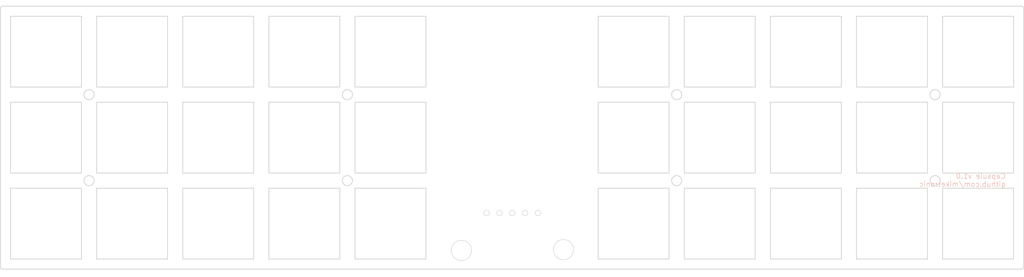
<source format=kicad_pcb>
(kicad_pcb (version 20221018) (generator pcbnew)
  (title_block (title "Capsule") (date "2023-06-15") (rev "1.0"))
  (layers (0 "F.Cu" signal) (31 "B.Cu" signal) (34 "B.Paste" user) (35 "F.Paste" user) (36 "B.SilkS" user "B.Silkscreen") (37 "F.SilkS" user "F.Silkscreen") (38 "B.Mask" user) (39 "F.Mask" user) (44 "Edge.Cuts" user))
  (net 0 "")
  (footprint "miketronic_fplib:MB_ChocCutout-1U_17mm" (layer "F.Cu") (at 99.8 48.3)
    (fp_text reference "SW15")
    (fp_text value "SW")
    (fp_line (start -6.3 -9.7) (end 7.7 -9.7) (stroke (width 0.15)) (layer "Edge.Cuts"))
    (fp_line (start -6.3 4.3) (end -6.3 -9.7) (stroke (width 0.15)) (layer "Edge.Cuts"))
    (fp_line (start 7.7 -9.7) (end 7.7 4.3) (stroke (width 0.15)) (layer "Edge.Cuts"))
    (fp_line (start 7.7 4.3) (end -6.3 4.3) (stroke (width 0.15)) (layer "Edge.Cuts"))
  )
  (footprint "miketronic_fplib:MB_ChocCutout-1U_17mm" (layer "F.Cu") (at 198.8 48.3)
    (fp_text reference "SW19")
    (fp_text value "SW")
    (fp_line (start -6.3 -9.7) (end 7.7 -9.7) (stroke (width 0.15)) (layer "Edge.Cuts"))
    (fp_line (start -6.3 4.3) (end -6.3 -9.7) (stroke (width 0.15)) (layer "Edge.Cuts"))
    (fp_line (start 7.7 -9.7) (end 7.7 4.3) (stroke (width 0.15)) (layer "Edge.Cuts"))
    (fp_line (start 7.7 4.3) (end -6.3 4.3) (stroke (width 0.15)) (layer "Edge.Cuts"))
  )
  (footprint "miketronic_fplib:MB_I2C_Breakout_switchplate" (layer "F.Cu") (at 129.62 60.5 -90)
    (fp_text reference "Connector1" hide)
    (fp_text value "MB_i2c_header")
    (fp_circle (center 0 0) (end 0.546717 0) (stroke (width 0.1)) (fill none) (layer "Edge.Cuts"))
    (fp_circle (center 0 2.54) (end 0.548179 2.54) (stroke (width 0.1)) (fill none) (layer "Edge.Cuts"))
    (fp_circle (center 0 5.08) (end 0.554707 5.08) (stroke (width 0.1)) (fill none) (layer "Edge.Cuts"))
    (fp_circle (center 0 7.62) (end 0.546717 7.62) (stroke (width 0.1)) (fill none) (layer "Edge.Cuts"))
    (fp_circle (center 0 10.16) (end 0.550091 10.16) (stroke (width 0.1)) (fill none) (layer "Edge.Cuts"))
  )
  (footprint "miketronic_fplib:MB_ChocCutout-1U_17mm" (layer "F.Cu") (at 31.8 48.3)
    (fp_text reference "SW11")
    (fp_text value "SW")
    (fp_line (start -6.3 -9.7) (end 7.7 -9.7) (stroke (width 0.15)) (layer "Edge.Cuts"))
    (fp_line (start -6.3 4.3) (end -6.3 -9.7) (stroke (width 0.15)) (layer "Edge.Cuts"))
    (fp_line (start 7.7 -9.7) (end 7.7 4.3) (stroke (width 0.15)) (layer "Edge.Cuts"))
    (fp_line (start 7.7 4.3) (end -6.3 4.3) (stroke (width 0.15)) (layer "Edge.Cuts"))
  )
  (footprint "miketronic_fplib:MB_ChocCutout-1U_17mm" (layer "F.Cu") (at 215.8 31.3)
    (fp_text reference "SW10")
    (fp_text value "SW")
    (fp_line (start -6.3 -9.7) (end 7.7 -9.7) (stroke (width 0.15)) (layer "Edge.Cuts"))
    (fp_line (start -6.3 4.3) (end -6.3 -9.7) (stroke (width 0.15)) (layer "Edge.Cuts"))
    (fp_line (start 7.7 -9.7) (end 7.7 4.3) (stroke (width 0.15)) (layer "Edge.Cuts"))
    (fp_line (start 7.7 4.3) (end -6.3 4.3) (stroke (width 0.15)) (layer "Edge.Cuts"))
  )
  (footprint "miketronic_fplib:MB_ChocCutout-1U_17mm" (layer "F.Cu") (at 48.8 65.3)
    (fp_text reference "SW22")
    (fp_text value "SW")
    (fp_line (start -6.3 -9.7) (end 7.7 -9.7) (stroke (width 0.15)) (layer "Edge.Cuts"))
    (fp_line (start -6.3 4.3) (end -6.3 -9.7) (stroke (width 0.15)) (layer "Edge.Cuts"))
    (fp_line (start 7.7 -9.7) (end 7.7 4.3) (stroke (width 0.15)) (layer "Edge.Cuts"))
    (fp_line (start 7.7 4.3) (end -6.3 4.3) (stroke (width 0.15)) (layer "Edge.Cuts"))
  )
  (footprint "miketronic_fplib:MB_ChocCutout-1U_17mm" (layer "F.Cu") (at 164.8 48.3)
    (fp_text reference "SW17")
    (fp_text value "SW")
    (fp_line (start -6.3 -9.7) (end 7.7 -9.7) (stroke (width 0.15)) (layer "Edge.Cuts"))
    (fp_line (start -6.3 4.3) (end -6.3 -9.7) (stroke (width 0.15)) (layer "Edge.Cuts"))
    (fp_line (start 7.7 -9.7) (end 7.7 4.3) (stroke (width 0.15)) (layer "Edge.Cuts"))
    (fp_line (start 7.7 4.3) (end -6.3 4.3) (stroke (width 0.15)) (layer "Edge.Cuts"))
  )
  (footprint "miketronic_fplib:MB_ChocCutout-1U_17mm" (layer "F.Cu") (at 147.8 48.3)
    (fp_text reference "SW16")
    (fp_text value "SW")
    (fp_line (start -6.3 -9.7) (end 7.7 -9.7) (stroke (width 0.15)) (layer "Edge.Cuts"))
    (fp_line (start -6.3 4.3) (end -6.3 -9.7) (stroke (width 0.15)) (layer "Edge.Cuts"))
    (fp_line (start 7.7 -9.7) (end 7.7 4.3) (stroke (width 0.15)) (layer "Edge.Cuts"))
    (fp_line (start 7.7 4.3) (end -6.3 4.3) (stroke (width 0.15)) (layer "Edge.Cuts"))
  )
  (footprint "miketronic_fplib:MB_ChocCutout-1U_17mm" (layer "F.Cu") (at 82.8 65.3)
    (fp_text reference "SW24")
    (fp_text value "SW")
    (fp_line (start -6.3 -9.7) (end 7.7 -9.7) (stroke (width 0.15)) (layer "Edge.Cuts"))
    (fp_line (start -6.3 4.3) (end -6.3 -9.7) (stroke (width 0.15)) (layer "Edge.Cuts"))
    (fp_line (start 7.7 -9.7) (end 7.7 4.3) (stroke (width 0.15)) (layer "Edge.Cuts"))
    (fp_line (start 7.7 4.3) (end -6.3 4.3) (stroke (width 0.15)) (layer "Edge.Cuts"))
  )
  (footprint "miketronic_fplib:MB_ChocCutout-1U_17mm" (layer "F.Cu") (at 198.8 65.3)
    (fp_text reference "SW29")
    (fp_text value "SW")
    (fp_line (start -6.3 -9.7) (end 7.7 -9.7) (stroke (width 0.15)) (layer "Edge.Cuts"))
    (fp_line (start -6.3 4.3) (end -6.3 -9.7) (stroke (width 0.15)) (layer "Edge.Cuts"))
    (fp_line (start 7.7 -9.7) (end 7.7 4.3) (stroke (width 0.15)) (layer "Edge.Cuts"))
    (fp_line (start 7.7 4.3) (end -6.3 4.3) (stroke (width 0.15)) (layer "Edge.Cuts"))
  )
  (footprint "miketronic_fplib:MB_ChocCutout-1U_17mm" (layer "F.Cu") (at 82.8 48.3)
    (fp_text reference "SW14")
    (fp_text value "SW")
    (fp_line (start -6.3 -9.7) (end 7.7 -9.7) (stroke (width 0.15)) (layer "Edge.Cuts"))
    (fp_line (start -6.3 4.3) (end -6.3 -9.7) (stroke (width 0.15)) (layer "Edge.Cuts"))
    (fp_line (start 7.7 -9.7) (end 7.7 4.3) (stroke (width 0.15)) (layer "Edge.Cuts"))
    (fp_line (start 7.7 4.3) (end -6.3 4.3) (stroke (width 0.15)) (layer "Edge.Cuts"))
  )
  (footprint "miketronic_fplib:MB_ChocCutout-1U_17mm" (layer "F.Cu") (at 99.8 31.3)
    (fp_text reference "SW5")
    (fp_text value "SW")
    (fp_line (start -6.3 -9.7) (end 7.7 -9.7) (stroke (width 0.15)) (layer "Edge.Cuts"))
    (fp_line (start -6.3 4.3) (end -6.3 -9.7) (stroke (width 0.15)) (layer "Edge.Cuts"))
    (fp_line (start 7.7 -9.7) (end 7.7 4.3) (stroke (width 0.15)) (layer "Edge.Cuts"))
    (fp_line (start 7.7 4.3) (end -6.3 4.3) (stroke (width 0.15)) (layer "Edge.Cuts"))
  )
  (footprint "miketronic_fplib:MB_ChocCutout-1U_17mm" (layer "F.Cu") (at 164.8 65.3)
    (fp_text reference "SW27")
    (fp_text value "SW")
    (fp_line (start -6.3 -9.7) (end 7.7 -9.7) (stroke (width 0.15)) (layer "Edge.Cuts"))
    (fp_line (start -6.3 4.3) (end -6.3 -9.7) (stroke (width 0.15)) (layer "Edge.Cuts"))
    (fp_line (start 7.7 -9.7) (end 7.7 4.3) (stroke (width 0.15)) (layer "Edge.Cuts"))
    (fp_line (start 7.7 4.3) (end -6.3 4.3) (stroke (width 0.15)) (layer "Edge.Cuts"))
  )
  (footprint "miketronic_fplib:MB_ChocCutout-1U_17mm" (layer "F.Cu") (at 31.8 31.3)
    (fp_text reference "SW1")
    (fp_text value "SW")
    (fp_line (start -6.3 -9.7) (end 7.7 -9.7) (stroke (width 0.15)) (layer "Edge.Cuts"))
    (fp_line (start -6.3 4.3) (end -6.3 -9.7) (stroke (width 0.15)) (layer "Edge.Cuts"))
    (fp_line (start 7.7 -9.7) (end 7.7 4.3) (stroke (width 0.15)) (layer "Edge.Cuts"))
    (fp_line (start 7.7 4.3) (end -6.3 4.3) (stroke (width 0.15)) (layer "Edge.Cuts"))
  )
  (footprint "miketronic_fplib:MB_ChocCutout-1U_17mm" (layer "F.Cu") (at 181.8 65.3)
    (fp_text reference "SW28")
    (fp_text value "SW")
    (fp_line (start -6.3 -9.7) (end 7.7 -9.7) (stroke (width 0.15)) (layer "Edge.Cuts"))
    (fp_line (start -6.3 4.3) (end -6.3 -9.7) (stroke (width 0.15)) (layer "Edge.Cuts"))
    (fp_line (start 7.7 -9.7) (end 7.7 4.3) (stroke (width 0.15)) (layer "Edge.Cuts"))
    (fp_line (start 7.7 4.3) (end -6.3 4.3) (stroke (width 0.15)) (layer "Edge.Cuts"))
  )
  (footprint "miketronic_fplib:MB_ChocCutout-1U_17mm" (layer "F.Cu") (at 31.8 65.3)
    (fp_text reference "SW21")
    (fp_text value "SW")
    (fp_line (start -6.3 -9.7) (end 7.7 -9.7) (stroke (width 0.15)) (layer "Edge.Cuts"))
    (fp_line (start -6.3 4.3) (end -6.3 -9.7) (stroke (width 0.15)) (layer "Edge.Cuts"))
    (fp_line (start 7.7 -9.7) (end 7.7 4.3) (stroke (width 0.15)) (layer "Edge.Cuts"))
    (fp_line (start 7.7 4.3) (end -6.3 4.3) (stroke (width 0.15)) (layer "Edge.Cuts"))
  )
  (footprint "miketronic_fplib:MB_ChocCutout-1U_17mm" (layer "F.Cu") (at 147.8 65.3)
    (fp_text reference "SW26")
    (fp_text value "SW")
    (fp_line (start -6.3 -9.7) (end 7.7 -9.7) (stroke (width 0.15)) (layer "Edge.Cuts"))
    (fp_line (start -6.3 4.3) (end -6.3 -9.7) (stroke (width 0.15)) (layer "Edge.Cuts"))
    (fp_line (start 7.7 -9.7) (end 7.7 4.3) (stroke (width 0.15)) (layer "Edge.Cuts"))
    (fp_line (start 7.7 4.3) (end -6.3 4.3) (stroke (width 0.15)) (layer "Edge.Cuts"))
  )
  (footprint "miketronic_fplib:MB_ChocCutout-1U_17mm" (layer "F.Cu") (at 215.8 48.3)
    (fp_text reference "SW20")
    (fp_text value "SW")
    (fp_line (start -6.3 -9.7) (end 7.7 -9.7) (stroke (width 0.15)) (layer "Edge.Cuts"))
    (fp_line (start -6.3 4.3) (end -6.3 -9.7) (stroke (width 0.15)) (layer "Edge.Cuts"))
    (fp_line (start 7.7 -9.7) (end 7.7 4.3) (stroke (width 0.15)) (layer "Edge.Cuts"))
    (fp_line (start 7.7 4.3) (end -6.3 4.3) (stroke (width 0.15)) (layer "Edge.Cuts"))
  )
  (footprint "miketronic_fplib:MB_ChocCutout-1U_17mm" (layer "F.Cu") (at 99.8 65.3)
    (fp_text reference "SW25")
    (fp_text value "SW")
    (fp_line (start -6.3 -9.7) (end 7.7 -9.7) (stroke (width 0.15)) (layer "Edge.Cuts"))
    (fp_line (start -6.3 4.3) (end -6.3 -9.7) (stroke (width 0.15)) (layer "Edge.Cuts"))
    (fp_line (start 7.7 -9.7) (end 7.7 4.3) (stroke (width 0.15)) (layer "Edge.Cuts"))
    (fp_line (start 7.7 4.3) (end -6.3 4.3) (stroke (width 0.15)) (layer "Edge.Cuts"))
  )
  (footprint "miketronic_fplib:MB_ChocCutout-1U_17mm" (layer "F.Cu") (at 65.8 31.3)
    (fp_text reference "SW3")
    (fp_text value "SW")
    (fp_line (start -6.3 -9.7) (end 7.7 -9.7) (stroke (width 0.15)) (layer "Edge.Cuts"))
    (fp_line (start -6.3 4.3) (end -6.3 -9.7) (stroke (width 0.15)) (layer "Edge.Cuts"))
    (fp_line (start 7.7 -9.7) (end 7.7 4.3) (stroke (width 0.15)) (layer "Edge.Cuts"))
    (fp_line (start 7.7 4.3) (end -6.3 4.3) (stroke (width 0.15)) (layer "Edge.Cuts"))
  )
  (footprint "miketronic_fplib:MB_ChocCutout-1U_17mm" (layer "F.Cu") (at 48.8 48.3)
    (fp_text reference "SW12")
    (fp_text value "SW")
    (fp_line (start -6.3 -9.7) (end 7.7 -9.7) (stroke (width 0.15)) (layer "Edge.Cuts"))
    (fp_line (start -6.3 4.3) (end -6.3 -9.7) (stroke (width 0.15)) (layer "Edge.Cuts"))
    (fp_line (start 7.7 -9.7) (end 7.7 4.3) (stroke (width 0.15)) (layer "Edge.Cuts"))
    (fp_line (start 7.7 4.3) (end -6.3 4.3) (stroke (width 0.15)) (layer "Edge.Cuts"))
  )
  (footprint "miketronic_fplib:MB_ChocCutout-1U_17mm" (layer "F.Cu") (at 82.8 31.3)
    (fp_text reference "SW4")
    (fp_text value "SW")
    (fp_line (start -6.3 -9.7) (end 7.7 -9.7) (stroke (width 0.15)) (layer "Edge.Cuts"))
    (fp_line (start -6.3 4.3) (end -6.3 -9.7) (stroke (width 0.15)) (layer "Edge.Cuts"))
    (fp_line (start 7.7 -9.7) (end 7.7 4.3) (stroke (width 0.15)) (layer "Edge.Cuts"))
    (fp_line (start 7.7 4.3) (end -6.3 4.3) (stroke (width 0.15)) (layer "Edge.Cuts"))
  )
  (footprint "miketronic_fplib:MB_ChocCutout-1U_17mm" (layer "F.Cu") (at 181.8 48.3)
    (fp_text reference "SW18")
    (fp_text value "SW")
    (fp_line (start -6.3 -9.7) (end 7.7 -9.7) (stroke (width 0.15)) (layer "Edge.Cuts"))
    (fp_line (start -6.3 4.3) (end -6.3 -9.7) (stroke (width 0.15)) (layer "Edge.Cuts"))
    (fp_line (start 7.7 -9.7) (end 7.7 4.3) (stroke (width 0.15)) (layer "Edge.Cuts"))
    (fp_line (start 7.7 4.3) (end -6.3 4.3) (stroke (width 0.15)) (layer "Edge.Cuts"))
  )
  (footprint "miketronic_fplib:MB_ChocCutout-1U_17mm" (layer "F.Cu") (at 65.8 65.3)
    (fp_text reference "SW23")
    (fp_text value "SW")
    (fp_line (start -6.3 -9.7) (end 7.7 -9.7) (stroke (width 0.15)) (layer "Edge.Cuts"))
    (fp_line (start -6.3 4.3) (end -6.3 -9.7) (stroke (width 0.15)) (layer "Edge.Cuts"))
    (fp_line (start 7.7 -9.7) (end 7.7 4.3) (stroke (width 0.15)) (layer "Edge.Cuts"))
    (fp_line (start 7.7 4.3) (end -6.3 4.3) (stroke (width 0.15)) (layer "Edge.Cuts"))
  )
  (footprint "miketronic_fplib:MB_ChocCutout-1U_17mm" (layer "F.Cu") (at 215.8 65.3)
    (fp_text reference "SW30")
    (fp_text value "SW")
    (fp_line (start -6.3 -9.7) (end 7.7 -9.7) (stroke (width 0.15)) (layer "Edge.Cuts"))
    (fp_line (start -6.3 4.3) (end -6.3 -9.7) (stroke (width 0.15)) (layer "Edge.Cuts"))
    (fp_line (start 7.7 -9.7) (end 7.7 4.3) (stroke (width 0.15)) (layer "Edge.Cuts"))
    (fp_line (start 7.7 4.3) (end -6.3 4.3) (stroke (width 0.15)) (layer "Edge.Cuts"))
  )
  (footprint "miketronic_fplib:MB_ChocCutout-1U_17mm" (layer "F.Cu") (at 48.8 31.3)
    (fp_text reference "SW2")
    (fp_text value "SW")
    (fp_line (start -6.3 -9.7) (end 7.7 -9.7) (stroke (width 0.15)) (layer "Edge.Cuts"))
    (fp_line (start -6.3 4.3) (end -6.3 -9.7) (stroke (width 0.15)) (layer "Edge.Cuts"))
    (fp_line (start 7.7 -9.7) (end 7.7 4.3) (stroke (width 0.15)) (layer "Edge.Cuts"))
    (fp_line (start 7.7 4.3) (end -6.3 4.3) (stroke (width 0.15)) (layer "Edge.Cuts"))
  )
  (footprint "miketronic_fplib:MB_ChocCutout-1U_17mm" (layer "F.Cu") (at 181.8 31.3)
    (fp_text reference "SW8")
    (fp_text value "SW")
    (fp_line (start -6.3 -9.7) (end 7.7 -9.7) (stroke (width 0.15)) (layer "Edge.Cuts"))
    (fp_line (start -6.3 4.3) (end -6.3 -9.7) (stroke (width 0.15)) (layer "Edge.Cuts"))
    (fp_line (start 7.7 -9.7) (end 7.7 4.3) (stroke (width 0.15)) (layer "Edge.Cuts"))
    (fp_line (start 7.7 4.3) (end -6.3 4.3) (stroke (width 0.15)) (layer "Edge.Cuts"))
  )
  (footprint "miketronic_fplib:MB_ChocCutout-1U_17mm" (layer "F.Cu") (at 65.8 48.3)
    (fp_text reference "SW13")
    (fp_text value "SW")
    (fp_line (start -6.3 -9.7) (end 7.7 -9.7) (stroke (width 0.15)) (layer "Edge.Cuts"))
    (fp_line (start -6.3 4.3) (end -6.3 -9.7) (stroke (width 0.15)) (layer "Edge.Cuts"))
    (fp_line (start 7.7 -9.7) (end 7.7 4.3) (stroke (width 0.15)) (layer "Edge.Cuts"))
    (fp_line (start 7.7 4.3) (end -6.3 4.3) (stroke (width 0.15)) (layer "Edge.Cuts"))
  )
  (footprint "miketronic_fplib:MB_LED_WS2812B_switchplate" (layer "F.Cu") (at 134.65 67.75)
    (fp_text reference "LED02" hide)
    (fp_text value "WS2812B")
    (fp_circle (center 0 0) (end 2 0) (stroke (width 0.1)) (fill none) (layer "Edge.Cuts"))
  )
  (footprint "miketronic_fplib:MB_LED_WS2812B_switchplate" (layer "F.Cu") (at 114.5 67.9)
    (fp_text reference "LED01" hide)
    (fp_text value "WS2812B")
    (fp_circle (center 0 0) (end 2 0) (stroke (width 0.1)) (fill none) (layer "Edge.Cuts"))
  )
  (footprint "miketronic_fplib:MB_ChocCutout-1U_17mm" (layer "F.Cu") (at 147.8 31.3)
    (fp_text reference "SW6")
    (fp_text value "SW")
    (fp_line (start -6.3 -9.7) (end 7.7 -9.7) (stroke (width 0.15)) (layer "Edge.Cuts"))
    (fp_line (start -6.3 4.3) (end -6.3 -9.7) (stroke (width 0.15)) (layer "Edge.Cuts"))
    (fp_line (start 7.7 -9.7) (end 7.7 4.3) (stroke (width 0.15)) (layer "Edge.Cuts"))
    (fp_line (start 7.7 4.3) (end -6.3 4.3) (stroke (width 0.15)) (layer "Edge.Cuts"))
  )
  (footprint "miketronic_fplib:MB_ChocCutout-1U_17mm" (layer "F.Cu") (at 164.8 31.3)
    (fp_text reference "SW7")
    (fp_text value "SW")
    (fp_line (start -6.3 -9.7) (end 7.7 -9.7) (stroke (width 0.15)) (layer "Edge.Cuts"))
    (fp_line (start -6.3 4.3) (end -6.3 -9.7) (stroke (width 0.15)) (layer "Edge.Cuts"))
    (fp_line (start 7.7 -9.7) (end 7.7 4.3) (stroke (width 0.15)) (layer "Edge.Cuts"))
    (fp_line (start 7.7 4.3) (end -6.3 4.3) (stroke (width 0.15)) (layer "Edge.Cuts"))
  )
  (footprint "miketronic_fplib:MB_ChocCutout-1U_17mm" (layer "F.Cu") (at 198.8 31.3)
    (fp_text reference "SW9")
    (fp_text value "SW")
    (fp_line (start -6.3 -9.7) (end 7.7 -9.7) (stroke (width 0.15)) (layer "Edge.Cuts"))
    (fp_line (start -6.3 4.3) (end -6.3 -9.7) (stroke (width 0.15)) (layer "Edge.Cuts"))
    (fp_line (start 7.7 -9.7) (end 7.7 4.3) (stroke (width 0.15)) (layer "Edge.Cuts"))
    (fp_line (start 7.7 4.3) (end -6.3 4.3) (stroke (width 0.15)) (layer "Edge.Cuts"))
  )
  (gr_arc (start 225.5 71.1) (mid 225.353554 71.453554) (end 225 71.6) (stroke (width 0.15)) (layer "Edge.Cuts"))
  (gr_line (start 225 19.6) (end 131.4 19.6) (stroke (width 0.15)) (layer "Edge.Cuts"))
  (gr_circle (center 41 37.1) (end 42 37.1) (stroke (width 0.15)) (fill none) (layer "Edge.Cuts"))
  (gr_circle (center 208 54.1) (end 209 54.1) (stroke (width 0.15)) (fill none) (layer "Edge.Cuts"))
  (gr_circle (center 41 54.1) (end 42 54.1) (stroke (width 0.15)) (fill none) (layer "Edge.Cuts"))
  (gr_circle (center 92 37.1) (end 93 37.1) (stroke (width 0.15)) (fill none) (layer "Edge.Cuts"))
  (gr_circle (center 157 37.1) (end 158 37.1) (stroke (width 0.15)) (fill none) (layer "Edge.Cuts"))
  (gr_arc (start 225 19.6) (mid 225.353554 19.746446) (end 225.5 20.1) (stroke (width 0.15)) (layer "Edge.Cuts"))
  (gr_circle (center 208 37.1) (end 209 37.1) (stroke (width 0.15)) (fill none) (layer "Edge.Cuts"))
  (gr_circle (center 157 54.1) (end 158 54.1) (stroke (width 0.15)) (fill none) (layer "Edge.Cuts"))
  (gr_arc (start 23.5 20.1) (mid 23.646446 19.746446) (end 24 19.6) (stroke (width 0.15)) (layer "Edge.Cuts"))
  (gr_circle (center 92 54.1) (end 93 54.1) (stroke (width 0.15)) (fill none) (layer "Edge.Cuts"))
  (gr_line (start 225.5 71.1) (end 225.5 20.1) (stroke (width 0.15)) (layer "Edge.Cuts"))
  (gr_arc (start 24 71.6) (mid 23.646446 71.453554) (end 23.5 71.1) (stroke (width 0.15)) (layer "Edge.Cuts"))
  (gr_line (start 24 71.6) (end 225 71.6) (stroke (width 0.15)) (layer "Edge.Cuts"))
  (gr_line (start 23.5 20.1) (end 23.5 71.1) (stroke (width 0.15)) (layer "Edge.Cuts"))
  (gr_line (start 24 19.6) (end 131.4 19.6) (stroke (width 0.15)) (layer "Edge.Cuts"))
  (gr_text "Capsule v1.0\ngithub.com/miketronic" (at 222 55.4) (layer "B.SilkS") (effects (font (size 1 1) (thickness 0.1)) (justify left bottom mirror)))
)
</source>
